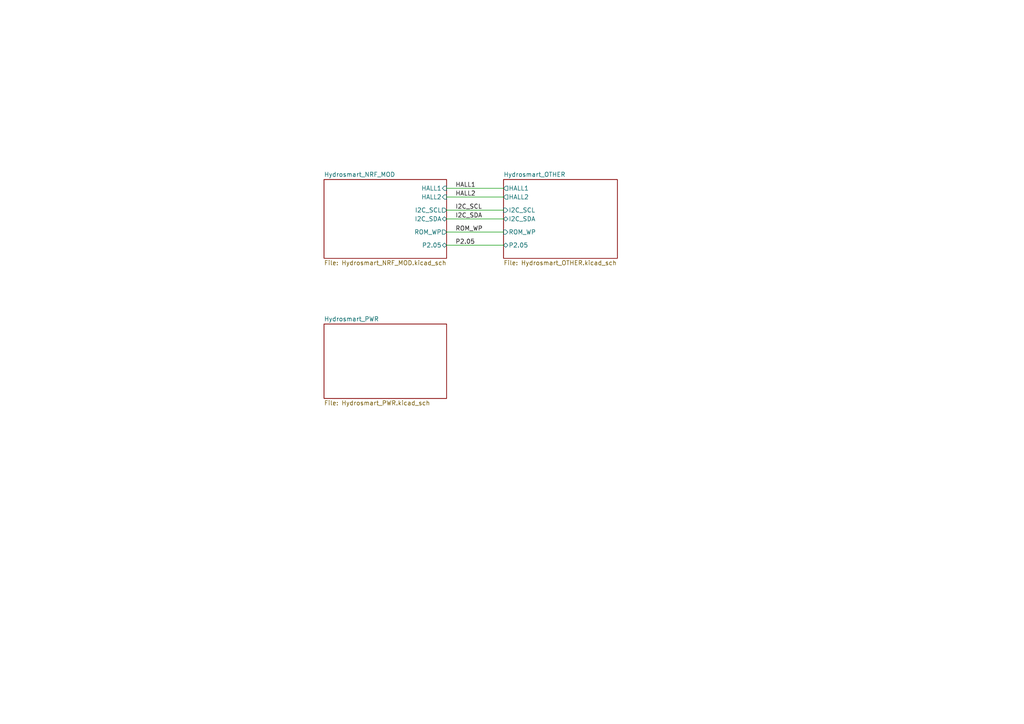
<source format=kicad_sch>
(kicad_sch
	(version 20250114)
	(generator "eeschema")
	(generator_version "9.0")
	(uuid "55dcedc0-f3c9-4802-9d92-598810bbb9c2")
	(paper "A4")
	(lib_symbols)
	(wire
		(pts
			(xy 129.54 57.15) (xy 146.05 57.15)
		)
		(stroke
			(width 0)
			(type default)
		)
		(uuid "2cc912ac-f59d-449b-b41b-d23060c76bad")
	)
	(wire
		(pts
			(xy 129.54 60.96) (xy 146.05 60.96)
		)
		(stroke
			(width 0)
			(type default)
		)
		(uuid "39c7112f-1060-4f4b-baba-755168f16223")
	)
	(wire
		(pts
			(xy 129.54 71.12) (xy 146.05 71.12)
		)
		(stroke
			(width 0)
			(type default)
		)
		(uuid "5ecbecf6-6852-4f4d-b6ec-c5ccefd1cca0")
	)
	(wire
		(pts
			(xy 129.54 54.61) (xy 146.05 54.61)
		)
		(stroke
			(width 0)
			(type default)
		)
		(uuid "7e420802-ca2c-461a-8f09-23fb657d162e")
	)
	(wire
		(pts
			(xy 129.54 63.5) (xy 146.05 63.5)
		)
		(stroke
			(width 0)
			(type default)
		)
		(uuid "a4d5019c-cd40-4989-89fe-084125bc67ab")
	)
	(wire
		(pts
			(xy 129.54 67.31) (xy 146.05 67.31)
		)
		(stroke
			(width 0)
			(type default)
		)
		(uuid "f6bcb588-01d9-42de-9161-2b1b96dace58")
	)
	(label "I2C_SCL"
		(at 132.08 60.96 0)
		(effects
			(font
				(size 1.27 1.27)
			)
			(justify left bottom)
		)
		(uuid "2430cff5-c6f6-42b9-90fc-a612b04f42ae")
	)
	(label "HALL2"
		(at 132.08 57.15 0)
		(effects
			(font
				(size 1.27 1.27)
			)
			(justify left bottom)
		)
		(uuid "44e5ddcb-7edc-448d-9760-b20462822c61")
	)
	(label "I2C_SDA"
		(at 132.08 63.5 0)
		(effects
			(font
				(size 1.27 1.27)
			)
			(justify left bottom)
		)
		(uuid "62ac0508-50ad-4ec7-8374-29f09433efe2")
	)
	(label "P2.05"
		(at 132.08 71.12 0)
		(effects
			(font
				(size 1.27 1.27)
			)
			(justify left bottom)
		)
		(uuid "8418fa65-5a1e-4ef3-84fa-91ec6d236586")
	)
	(label "ROM_WP"
		(at 132.08 67.31 0)
		(effects
			(font
				(size 1.27 1.27)
			)
			(justify left bottom)
		)
		(uuid "8c7eaade-1cda-40ec-ad66-0b80ed9b2a55")
	)
	(label "HALL1"
		(at 132.08 54.61 0)
		(effects
			(font
				(size 1.27 1.27)
			)
			(justify left bottom)
		)
		(uuid "d44a39c7-9e6a-4467-92fa-6b84215a29d7")
	)
	(sheet
		(at 146.05 52.07)
		(size 33.02 22.86)
		(exclude_from_sim no)
		(in_bom yes)
		(on_board yes)
		(dnp no)
		(fields_autoplaced yes)
		(stroke
			(width 0.1524)
			(type solid)
		)
		(fill
			(color 0 0 0 0.0000)
		)
		(uuid "2cfe2dda-1d06-4209-b08d-1c2a271d03c4")
		(property "Sheetname" "Hydrosmart_OTHER"
			(at 146.05 51.3584 0)
			(effects
				(font
					(size 1.27 1.27)
				)
				(justify left bottom)
			)
		)
		(property "Sheetfile" "Hydrosmart_OTHER.kicad_sch"
			(at 146.05 75.5146 0)
			(effects
				(font
					(size 1.27 1.27)
				)
				(justify left top)
			)
		)
		(pin "I2C_SDA" bidirectional
			(at 146.05 63.5 180)
			(uuid "009b5821-8a21-42db-a7a3-61bcb68c4551")
			(effects
				(font
					(size 1.27 1.27)
				)
				(justify left)
			)
		)
		(pin "ROM_WP" input
			(at 146.05 67.31 180)
			(uuid "1e220fcb-3563-4d31-a709-71d54c530de9")
			(effects
				(font
					(size 1.27 1.27)
				)
				(justify left)
			)
		)
		(pin "P2.05" bidirectional
			(at 146.05 71.12 180)
			(uuid "b40e79fc-de14-4dd4-af20-09802a34b34c")
			(effects
				(font
					(size 1.27 1.27)
				)
				(justify left)
			)
		)
		(pin "I2C_SCL" input
			(at 146.05 60.96 180)
			(uuid "2c8f4fed-6538-4094-b609-572feed1b839")
			(effects
				(font
					(size 1.27 1.27)
				)
				(justify left)
			)
		)
		(pin "HALL1" output
			(at 146.05 54.61 180)
			(uuid "52171b92-d524-4454-ac3b-3fd292f0609e")
			(effects
				(font
					(size 1.27 1.27)
				)
				(justify left)
			)
		)
		(pin "HALL2" output
			(at 146.05 57.15 180)
			(uuid "340831ba-396e-4eeb-b4bb-f32352b937ec")
			(effects
				(font
					(size 1.27 1.27)
				)
				(justify left)
			)
		)
		(instances
			(project "HydSmart_VA"
				(path "/55dcedc0-f3c9-4802-9d92-598810bbb9c2"
					(page "4")
				)
			)
		)
	)
	(sheet
		(at 93.98 93.98)
		(size 35.56 21.59)
		(exclude_from_sim no)
		(in_bom yes)
		(on_board yes)
		(dnp no)
		(fields_autoplaced yes)
		(stroke
			(width 0.1524)
			(type solid)
		)
		(fill
			(color 0 0 0 0.0000)
		)
		(uuid "5247e536-3559-424f-a9fb-8c9a39ccf595")
		(property "Sheetname" "Hydrosmart_PWR"
			(at 93.98 93.2684 0)
			(effects
				(font
					(size 1.27 1.27)
				)
				(justify left bottom)
			)
		)
		(property "Sheetfile" "Hydrosmart_PWR.kicad_sch"
			(at 93.98 116.1546 0)
			(effects
				(font
					(size 1.27 1.27)
				)
				(justify left top)
			)
		)
		(instances
			(project "HydSmart_VA"
				(path "/55dcedc0-f3c9-4802-9d92-598810bbb9c2"
					(page "3")
				)
			)
		)
	)
	(sheet
		(at 93.98 52.07)
		(size 35.56 22.86)
		(exclude_from_sim no)
		(in_bom yes)
		(on_board yes)
		(dnp no)
		(fields_autoplaced yes)
		(stroke
			(width 0.1524)
			(type solid)
		)
		(fill
			(color 0 0 0 0.0000)
		)
		(uuid "f5d4fedf-8e3c-4300-9866-c325aa993ee6")
		(property "Sheetname" "Hydrosmart_NRF_MOD"
			(at 93.98 51.3584 0)
			(effects
				(font
					(size 1.27 1.27)
				)
				(justify left bottom)
			)
		)
		(property "Sheetfile" "Hydrosmart_NRF_MOD.kicad_sch"
			(at 93.98 75.5146 0)
			(effects
				(font
					(size 1.27 1.27)
				)
				(justify left top)
			)
		)
		(pin "I2C_SDA" bidirectional
			(at 129.54 63.5 0)
			(uuid "eeefc2a8-1d72-42b6-a107-2e4aa70dcb13")
			(effects
				(font
					(size 1.27 1.27)
				)
				(justify right)
			)
		)
		(pin "HALL1" input
			(at 129.54 54.61 0)
			(uuid "f5863dd6-55b0-49cf-98a1-88ff88f2c916")
			(effects
				(font
					(size 1.27 1.27)
				)
				(justify right)
			)
		)
		(pin "ROM_WP" output
			(at 129.54 67.31 0)
			(uuid "23c5ecec-da34-4ab1-9355-ecb3eb29ac55")
			(effects
				(font
					(size 1.27 1.27)
				)
				(justify right)
			)
		)
		(pin "P2.05" bidirectional
			(at 129.54 71.12 0)
			(uuid "a3c5b48b-364f-471a-aaf8-e3cddd82aa21")
			(effects
				(font
					(size 1.27 1.27)
				)
				(justify right)
			)
		)
		(pin "I2C_SCL" output
			(at 129.54 60.96 0)
			(uuid "db656ee9-4ec3-4e81-8836-8e1bc3db8911")
			(effects
				(font
					(size 1.27 1.27)
				)
				(justify right)
			)
		)
		(pin "HALL2" input
			(at 129.54 57.15 0)
			(uuid "4190c6ee-2b78-48a5-ac13-b1302cf3bcb6")
			(effects
				(font
					(size 1.27 1.27)
				)
				(justify right)
			)
		)
		(instances
			(project "HydSmart_VA"
				(path "/55dcedc0-f3c9-4802-9d92-598810bbb9c2"
					(page "2")
				)
			)
		)
	)
	(sheet_instances
		(path "/"
			(page "1")
		)
	)
	(embedded_fonts no)
)

</source>
